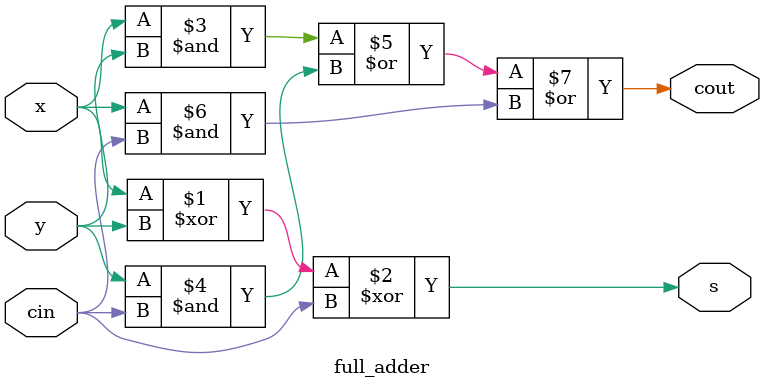
<source format=sv>
module full_adder(
	input x, 
	input y,
	input cin,
	output logic s,
	output logic cout
	);
	
	assign s = x ^ y ^ cin;
	assign cout = (x&y) | (y&cin) | (x&cin);
	
endmodule 
</source>
